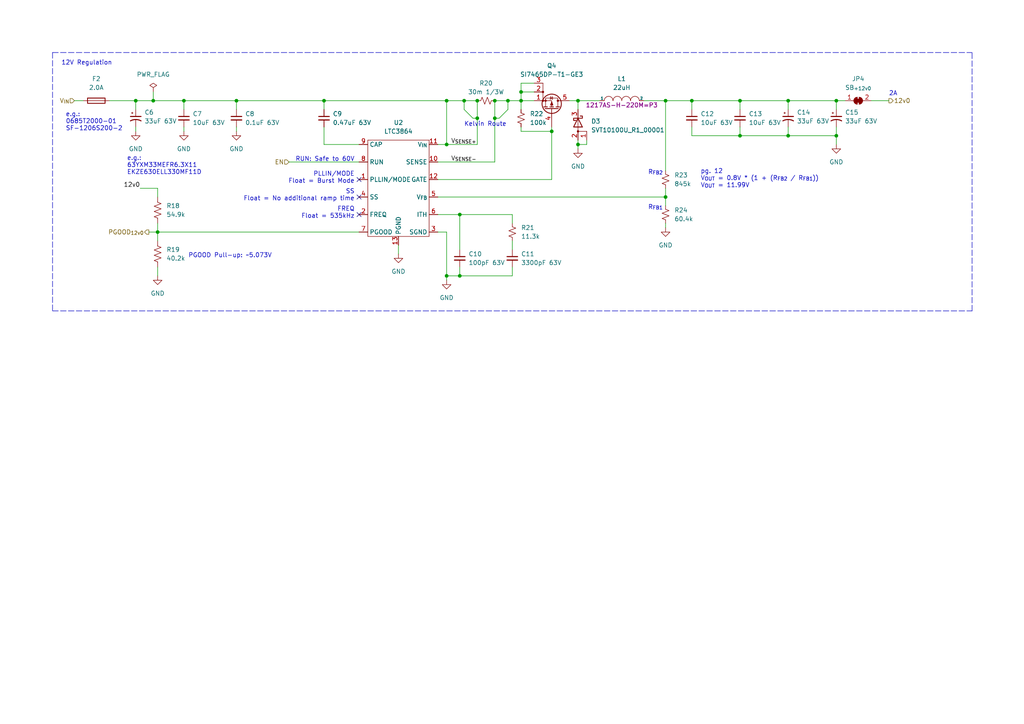
<source format=kicad_sch>
(kicad_sch (version 20211123) (generator eeschema)
  (paper "A4")
  (title_block (title "Bodge Control") (date "2022-12-07") (rev "1.0.0") (company "The A-Team (RC SSL)") (comment 1 "W. Stuckey & R. Osawa"))
  (lib_symbols
    (symbol "AT-Transistors:Q_PMOS_SGD_PowerPAK" (pin_names (offset 0) hide)
      (property "Reference" "Q" (at 5.08 1.27 0))
      (property "Value" "Q_PMOS_SGD_PowerPAK" (at 5.08 -1.27 0))
      (symbol "Q_PMOS_SGD_PowerPAK_0_1"
        (polyline (pts (xy 0.254 0) (xy -2.54 0)))
        (polyline (pts (xy 0.254 0) (xy -2.54 0)))
        (polyline (pts (xy 0.254 1.905) (xy 0.254 -1.905)) (stroke (width 0.254)))
        (polyline (pts (xy 0.762 -1.27) (xy 0.762 -2.286)) (stroke (width 0.254)))
        (polyline (pts (xy 0.762 0.508) (xy 0.762 -0.508)) (stroke (width 0.254)))
        (polyline (pts (xy 0.762 2.286) (xy 0.762 1.27)) (stroke (width 0.254)))
        (polyline (pts (xy 2.54 2.54) (xy 2.54 1.778)))
        (polyline (pts (xy 7.62 -2.54) (xy 5.08 -2.54)) (stroke (width 0.1524)))
        (polyline (pts (xy 2.54 -2.54) (xy 2.54 0) (xy 0.762 0)))
        (polyline (pts (xy 5.08 -2.54) (xy 2.54 -2.54) (xy 3.81 -2.54)) (stroke (width 0.1524)))
        (polyline (pts (xy 0.762 1.778) (xy 3.302 1.778) (xy 3.302 -1.778) (xy 0.762 -1.778)))
        (polyline (pts (xy 2.286 0) (xy 1.27 0.381) (xy 1.27 -0.381) (xy 2.286 0)) (fill (type outline)))
        (polyline (pts (xy 2.794 -0.508) (xy 2.921 -0.381) (xy 3.683 -0.381) (xy 3.81 -0.254)))
        (polyline (pts (xy 3.302 -0.381) (xy 2.921 0.254) (xy 3.683 0.254) (xy 3.302 -0.381)))
        (circle (center 1.651 0) (radius 2.794) (stroke (width 0.254)))
        (circle (center 2.54 -2.54) (radius 0.254) (fill (type outline)))
        (circle (center 2.54 -1.778) (radius 0.254) (fill (type outline)))
        (circle (center 2.54 1.778) (radius 0.254) (fill (type outline)))
        (circle (center 5.08 -2.54) (radius 0.254) (fill (type outline)))
      )
      (symbol "Q_PMOS_SGD_PowerPAK_1_1"
        (pin passive line (at 2.54 -5.08 90) (length 2.54) (name "S") (number "1"))
        (pin passive line (at 5.08 -5.08 90) (length 2.54) (name "S") (number "2"))
        (pin passive line (at 7.62 -5.08 90) (length 2.54) (name "S") (number "3"))
        (pin input line (at -5.08 0 0) (length 5.08) (name "G") (number "4"))
        (pin passive line (at 2.54 5.08 270) (length 2.54) (name "D") (number "5"))
      )
    )
    (symbol "Device:C_Polarized_Small_US" (pin_numbers hide) (pin_names (offset 0.254) hide)
      (property "Reference" "C" (at 0.254 1.778 0))
      (property "Value" "C_Polarized_Small_US" (at 0.254 -2.032 0))
      (symbol "C_Polarized_Small_US_0_1"
        (polyline (pts (xy -1.524 0.508) (xy 1.524 0.508)) (stroke (width 0.3048)))
        (polyline (pts (xy -1.27 1.524) (xy -0.762 1.524)))
        (polyline (pts (xy -1.016 1.27) (xy -1.016 1.778)))
        (arc (start 1.524 -0.762) (mid 0 -0.3734) (end -1.524 -0.762) (stroke (width 0.3048)))
      )
      (symbol "C_Polarized_Small_US_1_1"
        (pin passive line (at 0 2.54 270) (length 2.032) (name "~") (number "1"))
        (pin passive line (at 0 -2.54 90) (length 2.032) (name "~") (number "2"))
      )
    )
    (symbol "Device:C_Small" (pin_numbers hide) (pin_names (offset 0.254) hide)
      (property "Reference" "C" (at 0.254 1.778 0))
      (property "Value" "C_Small" (at 0.254 -2.032 0))
      (symbol "C_Small_0_1"
        (polyline (pts (xy -1.524 -0.508) (xy 1.524 -0.508)) (stroke (width 0.3302)))
        (polyline (pts (xy -1.524 0.508) (xy 1.524 0.508)) (stroke (width 0.3048)))
      )
      (symbol "C_Small_1_1"
        (pin passive line (at 0 2.54 270) (length 2.032) (name "~") (number "1"))
        (pin passive line (at 0 -2.54 90) (length 2.032) (name "~") (number "2"))
      )
    )
    (symbol "Device:D_Schottky_AAK" (pin_names (offset 0) hide)
      (property "Reference" "D" (at 0 2.54 0))
      (property "Value" "D_Schottky_AAK" (at 0 -2.54 0))
      (symbol "D_Schottky_AAK_0_1"
        (polyline (pts (xy 1.27 1.27) (xy 1.27 -1.27) (xy -1.27 0) (xy 1.27 1.27)) (stroke (width 0.254)))
        (polyline (pts (xy 3.81 2.54) (xy 2.54 2.54) (xy 2.54 0) (xy -1.27 0)))
        (polyline (pts (xy -1.905 0.635) (xy -1.905 1.27) (xy -1.27 1.27) (xy -1.27 -1.27) (xy -0.635 -1.27) (xy -0.635 -0.635)) (stroke (width 0.254)))
        (circle (center 2.54 0) (radius 0.254) (fill (type outline)))
      )
      (symbol "D_Schottky_AAK_1_1"
        (pin passive line (at 5.08 2.54 180) (length 2.54) (name "A") (number "1"))
        (pin passive line (at 5.08 0 180) (length 2.54) (name "A") (number "2"))
        (pin passive line (at -3.81 0 0) (length 2.54) (name "K") (number "3"))
      )
    )
    (symbol "Device:Fuse" (pin_numbers hide) (pin_names (offset 0))
      (property "Reference" "F" (at 2.032 0 90))
      (property "Value" "Fuse" (at -1.905 0 90))
      (symbol "Fuse_0_1"
        (rectangle (start -0.762 -2.54) (end 0.762 2.54) (stroke (width 0.254)))
        (polyline (pts (xy 0 2.54) (xy 0 -2.54)))
      )
      (symbol "Fuse_1_1"
        (pin passive line (at 0 3.81 270) (length 1.27) (name "~") (number "1"))
        (pin passive line (at 0 -3.81 90) (length 1.27) (name "~") (number "2"))
      )
    )
    (symbol "Device:R_Small_US" (pin_numbers hide) (pin_names (offset 0.254) hide)
      (property "Reference" "R" (at 0.762 0.508 0))
      (property "Value" "R_Small_US" (at 0.762 -1.016 0))
      (symbol "R_Small_US_1_1"
        (polyline (pts (xy 0 0) (xy 1.016 -0.381) (xy 0 -0.762) (xy -1.016 -1.143) (xy 0 -1.524)))
        (polyline (pts (xy 0 1.524) (xy 1.016 1.143) (xy 0 0.762) (xy -1.016 0.381) (xy 0 0)))
        (pin passive line (at 0 2.54 270) (length 1.016) (name "~") (number "1"))
        (pin passive line (at 0 -2.54 90) (length 1.016) (name "~") (number "2"))
      )
    )
    (symbol "Device:R_US" (pin_numbers hide) (pin_names (offset 0))
      (property "Reference" "R" (at 2.54 0 90))
      (property "Value" "R_US" (at -2.54 0 90))
      (symbol "R_US_0_1"
        (polyline (pts (xy 0 -2.286) (xy 0 -2.54)))
        (polyline (pts (xy 0 2.286) (xy 0 2.54)))
        (polyline (pts (xy 0 -0.762) (xy 1.016 -1.143) (xy 0 -1.524) (xy -1.016 -1.905) (xy 0 -2.286)))
        (polyline (pts (xy 0 0.762) (xy 1.016 0.381) (xy 0 0) (xy -1.016 -0.381) (xy 0 -0.762)))
        (polyline (pts (xy 0 2.286) (xy 1.016 1.905) (xy 0 1.524) (xy -1.016 1.143) (xy 0 0.762)))
      )
      (symbol "R_US_1_1"
        (pin passive line (at 0 3.81 270) (length 1.27) (name "~") (number "1"))
        (pin passive line (at 0 -3.81 90) (length 1.27) (name "~") (number "2"))
      )
    )
    (symbol "Jumper:SolderJumper_2_Bridged" (pin_names (offset 0) hide)
      (property "Reference" "JP" (at 0 2.032 0))
      (property "Value" "SolderJumper_2_Bridged" (at 0 -2.54 0))
      (symbol "SolderJumper_2_Bridged_0_1"
        (rectangle (start -0.508 0.508) (end 0.508 -0.508) (fill (type outline)))
        (arc (start -0.254 1.016) (mid -1.27 0) (end -0.254 -1.016))
        (arc (start -0.254 1.016) (mid -1.27 0) (end -0.254 -1.016) (fill (type outline)))
        (polyline (pts (xy -0.254 1.016) (xy -0.254 -1.016)))
        (polyline (pts (xy 0.254 1.016) (xy 0.254 -1.016)))
        (arc (start 0.254 -1.016) (mid 1.27 0) (end 0.254 1.016))
        (arc (start 0.254 -1.016) (mid 1.27 0) (end 0.254 1.016) (fill (type outline)))
      )
      (symbol "SolderJumper_2_Bridged_1_1"
        (pin passive line (at -3.81 0 0) (length 2.54) (name "A") (number "1"))
        (pin passive line (at 3.81 0 180) (length 2.54) (name "B") (number "2"))
      )
    )
    (symbol "ltc_regulators:LTC3864"
      (property "Reference" "U" (at -6.35 -15.24 0))
      (property "Value" "LTC3864" (at 0 15.24 0))
      (symbol "LTC3864_0_1"
        (rectangle (start -8.89 13.97) (end 8.89 -13.97) (stroke (width 0.1524)))
      )
      (symbol "LTC3864_1_1"
        (pin input line (at -11.43 2.54 0) (length 2.54) (name "PLLIN/MODE") (number "1"))
        (pin input line (at 11.43 7.62 180) (length 2.54) (name "SENSE") (number "10"))
        (pin power_in line (at 11.43 12.7 180) (length 2.54) (name "V_{IN}") (number "11"))
        (pin output line (at 11.43 2.54 180) (length 2.54) (name "GATE") (number "12"))
        (pin power_in line (at 0 -16.51 90) (length 2.54) (name "PGND") (number "13"))
        (pin passive line (at -11.43 -7.62 0) (length 2.54) (name "FREQ") (number "2"))
        (pin power_in line (at 11.43 -12.7 180) (length 2.54) (name "SGND") (number "3"))
        (pin bidirectional line (at -11.43 -2.54 0) (length 2.54) (name "SS") (number "4"))
        (pin input line (at 11.43 -2.54 180) (length 2.54) (name "V_{FB}") (number "5"))
        (pin bidirectional line (at 11.43 -7.62 180) (length 2.54) (name "ITH") (number "6"))
        (pin bidirectional line (at -11.43 -12.7 0) (length 2.54) (name "PGOOD") (number "7"))
        (pin input line (at -11.43 7.62 0) (length 2.54) (name "RUN") (number "8"))
        (pin bidirectional line (at -11.43 12.7 0) (length 2.54) (name "CAP") (number "9"))
      )
    )
    (symbol "power:GND" (power) (pin_names (offset 0))
      (property "Value" "GND" (at 0 -3.81 0))
      (symbol "GND_0_1"
        (polyline (pts (xy 0 0) (xy 0 -1.27) (xy 1.27 -1.27) (xy 0 -2.54) (xy -1.27 -1.27) (xy 0 -1.27)))
      )
      (symbol "GND_1_1"
        (pin power_in line (at 0 0 270) (length 0) hide (name "GND") (number "1"))
      )
    )
    (symbol "power:PWR_FLAG" (power) (pin_numbers hide) (pin_names (offset 0) hide)
      (property "Value" "PWR_FLAG" (at 0 3.81 0))
      (symbol "PWR_FLAG_0_0"
        (pin power_out line (at 0 0 90) (length 0) (name "pwr") (number "1"))
      )
      (symbol "PWR_FLAG_0_1"
        (polyline (pts (xy 0 0) (xy 0 1.27) (xy -1.016 1.905) (xy 0 2.54) (xy 1.016 1.905) (xy 0 1.27)))
      )
    )
    (symbol "pspice:INDUCTOR" (pin_numbers hide) (pin_names (offset 0))
      (property "Reference" "L" (at 0 2.54 0))
      (property "Value" "INDUCTOR" (at 0 -1.27 0))
      (symbol "INDUCTOR_0_1"
        (arc (start -2.54 0) (mid -3.81 1.27) (end -5.08 0))
        (arc (start 0 0) (mid -1.27 1.27) (end -2.54 0))
        (arc (start 2.54 0) (mid 1.27 1.27) (end 0 0))
        (arc (start 5.08 0) (mid 3.81 1.27) (end 2.54 0))
      )
      (symbol "INDUCTOR_1_1"
        (pin input line (at -6.35 0 0) (length 1.27) (name "1") (number "1"))
        (pin input line (at 6.35 0 180) (length 1.27) (name "2") (number "2"))
      )
    )
  )
  (junction (at 242.57 29.21))
  (junction (at 151.13 29.21))
  (junction (at 151.13 26.67))
  (junction (at 214.63 39.37))
  (junction (at 214.63 29.21))
  (junction (at 193.04 29.21))
  (junction (at 167.64 41.91))
  (junction (at 138.43 34.29))
  (junction (at 93.98 29.21))
  (junction (at 129.54 41.91))
  (junction (at 228.6 39.37))
  (junction (at 44.45 29.21))
  (junction (at 39.37 29.21))
  (junction (at 143.51 29.21))
  (junction (at 200.66 29.21))
  (junction (at 133.35 62.23))
  (junction (at 133.35 80.01))
  (junction (at 129.54 80.01))
  (junction (at 68.58 29.21))
  (junction (at 193.04 57.15))
  (junction (at 167.64 29.21))
  (junction (at 160.02 38.1))
  (junction (at 129.54 29.21))
  (junction (at 143.51 34.29))
  (junction (at 138.43 29.21))
  (junction (at 53.34 29.21))
  (junction (at 242.57 39.37))
  (junction (at 45.72 67.31))
  (junction (at 147.32 29.21))
  (junction (at 134.62 29.21))
  (junction (at 228.6 29.21))
  (no_connect (at 104.14 52.07))
  (no_connect (at 104.14 62.23))
  (no_connect (at 104.14 57.15))
  (wire (pts (xy 129.54 80.01) (xy 129.54 81.28)))
  (wire (pts (xy 148.59 77.47) (xy 148.59 80.01)))
  (wire (pts (xy 127 62.23) (xy 133.35 62.23)))
  (wire (pts (xy 127 46.99) (xy 143.51 46.99)))
  (wire (pts (xy 242.57 29.21) (xy 242.57 31.75)))
  (wire (pts (xy 45.72 77.47) (xy 45.72 80.01)))
  (wire (pts (xy 68.58 36.83) (xy 68.58 38.1)))
  (wire (pts (xy 193.04 54.61) (xy 193.04 57.15)))
  (wire (pts (xy 154.94 24.13) (xy 151.13 24.13)))
  (wire (pts (xy 165.1 29.21) (xy 167.64 29.21)))
  (wire (pts (xy 133.35 62.23) (xy 133.35 72.39)))
  (wire (pts (xy 143.51 29.21) (xy 147.32 29.21)))
  (wire (pts (xy 93.98 29.21) (xy 129.54 29.21)))
  (wire (pts (xy 200.66 29.21) (xy 200.66 31.75)))
  (wire (pts (xy 151.13 38.1) (xy 160.02 38.1)))
  (wire (pts (xy 127 52.07) (xy 160.02 52.07)))
  (wire (pts (xy 93.98 41.91) (xy 104.14 41.91)))
  (wire (pts (xy 228.6 39.37) (xy 242.57 39.37)))
  (wire (pts (xy 151.13 29.21) (xy 151.13 31.75)))
  (wire (pts (xy 53.34 29.21) (xy 68.58 29.21)))
  (wire (pts (xy 39.37 36.83) (xy 39.37 38.1)))
  (wire (pts (xy 228.6 29.21) (xy 228.6 31.75)))
  (wire (pts (xy 214.63 29.21) (xy 228.6 29.21)))
  (wire (pts (xy 83.82 46.99) (xy 104.14 46.99)))
  (wire (pts (xy 252.73 29.21) (xy 257.81 29.21)))
  (wire (pts (xy 68.58 29.21) (xy 93.98 29.21)))
  (wire (pts (xy 193.04 64.77) (xy 193.04 66.04)))
  (wire (pts (xy 200.66 29.21) (xy 214.63 29.21)))
  (wire (pts (xy 228.6 29.21) (xy 242.57 29.21)))
  (wire (pts (xy 39.37 29.21) (xy 44.45 29.21)))
  (wire (pts (xy 214.63 29.21) (xy 214.63 31.75)))
  (wire (pts (xy 133.35 62.23) (xy 148.59 62.23)))
  (wire (pts (xy 115.57 71.12) (xy 115.57 73.66)))
  (wire (pts (xy 143.51 29.21) (xy 143.51 34.29)))
  (wire (pts (xy 129.54 29.21) (xy 129.54 41.91)))
  (wire (pts (xy 127 41.91) (xy 129.54 41.91)))
  (wire (pts (xy 129.54 67.31) (xy 129.54 80.01)))
  (wire (pts (xy 147.32 31.75) (xy 147.32 29.21)))
  (wire (pts (xy 129.54 41.91) (xy 138.43 41.91)))
  (wire (pts (xy 144.78 34.29) (xy 143.51 34.29)))
  (wire (pts (xy 167.64 41.91) (xy 167.64 43.18)))
  (wire (pts (xy 151.13 36.83) (xy 151.13 38.1)))
  (wire (pts (xy 31.75 29.21) (xy 39.37 29.21)))
  (wire (pts (xy 53.34 29.21) (xy 53.34 31.75)))
  (wire (pts (xy 137.16 34.29) (xy 138.43 34.29)))
  (wire (pts (xy 193.04 29.21) (xy 200.66 29.21)))
  (wire (pts (xy 53.34 36.83) (xy 53.34 38.1)))
  (wire (pts (xy 45.72 67.31) (xy 104.14 67.31)))
  (wire (pts (xy 242.57 39.37) (xy 242.57 41.91)))
  (wire (pts (xy 242.57 29.21) (xy 245.11 29.21)))
  (wire (pts (xy 167.64 40.64) (xy 167.64 41.91)))
  (wire (pts (xy 133.35 77.47) (xy 133.35 80.01)))
  (wire (pts (xy 39.37 29.21) (xy 39.37 31.75)))
  (wire (pts (xy 45.72 64.77) (xy 45.72 67.31)))
  (wire (pts (xy 148.59 69.85) (xy 148.59 72.39)))
  (wire (pts (xy 160.02 38.1) (xy 160.02 36.83)))
  (wire (pts (xy 127 67.31) (xy 129.54 67.31)))
  (wire (pts (xy 45.72 67.31) (xy 43.18 67.31)))
  (wire (pts (xy 93.98 29.21) (xy 93.98 31.75)))
  (wire (pts (xy 129.54 80.01) (xy 133.35 80.01)))
  (wire (pts (xy 170.18 40.64) (xy 170.18 41.91)))
  (wire (pts (xy 44.45 29.21) (xy 53.34 29.21)))
  (wire (pts (xy 147.32 29.21) (xy 151.13 29.21)))
  (wire (pts (xy 93.98 36.83) (xy 93.98 41.91)))
  (wire (pts (xy 133.35 80.01) (xy 148.59 80.01)))
  (wire (pts (xy 45.72 67.31) (xy 45.72 69.85)))
  (wire (pts (xy 134.62 29.21) (xy 134.62 31.75)))
  (wire (pts (xy 242.57 36.83) (xy 242.57 39.37)))
  (wire (pts (xy 214.63 39.37) (xy 228.6 39.37)))
  (wire (pts (xy 68.58 29.21) (xy 68.58 31.75)))
  (wire (pts (xy 143.51 34.29) (xy 143.51 46.99)))
  (wire (pts (xy 134.62 31.75) (xy 137.16 34.29)))
  (wire (pts (xy 151.13 29.21) (xy 154.94 29.21)))
  (wire (pts (xy 200.66 39.37) (xy 214.63 39.37)))
  (wire (pts (xy 144.78 34.29) (xy 147.32 31.75)))
  (wire (pts (xy 167.64 29.21) (xy 167.64 31.75)))
  (wire (pts (xy 200.66 36.83) (xy 200.66 39.37)))
  (wire (pts (xy 193.04 57.15) (xy 193.04 59.69)))
  (wire (pts (xy 214.63 36.83) (xy 214.63 39.37)))
  (wire (pts (xy 138.43 29.21) (xy 138.43 34.29)))
  (wire (pts (xy 167.64 29.21) (xy 173.99 29.21)))
  (wire (pts (xy 151.13 26.67) (xy 151.13 29.21)))
  (wire (pts (xy 167.64 41.91) (xy 170.18 41.91)))
  (wire (pts (xy 21.59 29.21) (xy 24.13 29.21)))
  (wire (pts (xy 134.62 29.21) (xy 138.43 29.21)))
  (wire (pts (xy 45.72 54.61) (xy 45.72 57.15)))
  (wire (pts (xy 40.64 54.61) (xy 45.72 54.61)))
  (wire (pts (xy 138.43 41.91) (xy 138.43 34.29)))
  (wire (pts (xy 186.69 29.21) (xy 193.04 29.21)))
  (wire (pts (xy 160.02 38.1) (xy 160.02 52.07)))
  (wire (pts (xy 148.59 62.23) (xy 148.59 64.77)))
  (wire (pts (xy 151.13 24.13) (xy 151.13 26.67)))
  (wire (pts (xy 193.04 29.21) (xy 193.04 49.53)))
  (wire (pts (xy 151.13 26.67) (xy 154.94 26.67)))
  (polyline (pts (xy 15.24 15.24) (xy 15.24 90.17)) (stroke (width 0) (type dash)))
  (polyline (pts (xy 15.24 15.24) (xy 281.94 15.24)) (stroke (width 0) (type dash)))
  (polyline (pts (xy 15.24 90.17) (xy 281.94 90.17)) (stroke (width 0) (type dash)))
  (polyline (pts (xy 281.94 90.17) (xy 281.94 15.24)) (stroke (width 0) (type dash)))
  (wire (pts (xy 127 57.15) (xy 193.04 57.15)))
  (wire (pts (xy 228.6 36.83) (xy 228.6 39.37)))
  (wire (pts (xy 129.54 29.21) (xy 134.62 29.21)))
  (wire (pts (xy 44.45 26.67) (xy 44.45 29.21)))
  (text "SS\nFloat = No additional ramp time" (at 102.87 58.42 180) (effects (font (size 1.27 1.27)) (justify right bottom)))
  (text "R_{FB1}\n" (at 187.96 60.96 0) (effects (font (size 1.27 1.27)) (justify left bottom)))
  (text "FREQ\nFloat = 535kHz" (at 102.87 63.5 180) (effects (font (size 1.27 1.27)) (justify right bottom)))
  (text "e.g.:\n63YXM33MEFR6.3X11\nEKZE630ELL330MF11D" (at 36.83 50.8 0) (effects (font (size 1.27 1.27)) (justify left bottom)))
  (text "Kelvin Route" (at 134.62 36.83 0) (effects (font (size 1.27 1.27)) (justify left bottom)))
  (text "PGOOD Pull-up: ~5.073V" (at 54.61 74.93 0) (effects (font (size 1.27 1.27)) (justify left bottom)))
  (text "RUN: Safe to 60V" (at 102.87 46.99 180) (effects (font (size 1.27 1.27)) (justify right bottom)))
  (text "2A" (at 257.81 27.94 0) (effects (font (size 1.27 1.27)) (justify left bottom)))
  (text "12V Regulation" (at 17.78 19.05 0) (effects (font (size 1.27 1.27)) (justify left bottom)))
  (text "e.g.:\n0685T2000-01\nSF-1206S200-2" (at 19.05 38.1 0) (effects (font (size 1.27 1.27)) (justify left bottom)))
  (text "pg. 12\nV_{OUT} = 0.8V * (1 + (R_{FB2} / R_{FB1}))\nV_{OUT} = 11.99V" (at 203.2 54.61 0) (effects (font (size 1.27 1.27)) (justify left bottom)))
  (text "PLLIN/MODE\nFloat = Burst Mode" (at 102.87 53.34 180) (effects (font (size 1.27 1.27)) (justify right bottom)))
  (text "R_{FB2}" (at 187.96 50.8 0) (effects (font (size 1.27 1.27)) (justify left bottom)))
  (label "12v0" (at 40.64 54.61 180))
  (label "V_{SENSE-}" (at 130.81 46.99 0))
  (label "V_{SENSE+}" (at 130.81 41.91 0))
  (hierarchical_label "EN" (shape input) (at 83.82 46.99 180))
  (hierarchical_label "V_{IN}" (shape input) (at 21.59 29.21 180))
  (hierarchical_label "PGOOD_{12v0}" (shape output) (at 43.18 67.31 180))
  (hierarchical_label "12v0" (shape output) (at 257.81 29.21 0))
  (symbol (lib_id "Device:R_Small_US") (at 193.04 52.07 0) (unit 1)
    (property "Reference" "R23" (at 195.58 50.7999 0) (effects (justify left)))
    (property "Value" "845k" (at 195.58 53.3399 0) (effects (justify left)))
    (property "Footprint" "Resistor_SMD:R_0402_1005Metric_Pad0.72x0.64mm_HandSolder" (effects hide))
  )
  (symbol (lib_id "power:GND") (at 68.58 38.1 0) (unit 1)
    (property "Reference" "#PWR030" (effects hide))
    (property "Value" "GND" (at 68.58 43.18 0))
  )
  (symbol (lib_id "Device:Fuse") (at 27.94 29.21 90) (unit 1)
    (property "Reference" "F2" (at 27.94 22.86 90))
    (property "Value" "2.0A" (at 27.94 25.4 90))
    (property "Footprint" "Fuse:Fuse_1206_3216Metric" (effects hide))
  )
  (symbol (lib_id "Device:R_US") (at 45.72 60.96 180) (unit 1)
    (property "Reference" "R18" (at 48.26 59.6899 0) (effects (justify right)))
    (property "Value" "54.9k" (at 48.26 62.2299 0) (effects (justify right)))
    (property "Footprint" "Resistor_SMD:R_0402_1005Metric_Pad0.72x0.64mm_HandSolder" (effects hide))
  )
  (symbol (lib_id "pspice:INDUCTOR") (at 180.34 29.21 0) (unit 1)
    (property "Reference" "L1" (at 180.34 22.86 0))
    (property "Value" "22uH" (at 180.34 25.4 0))
    (property "Footprint" "AT-Inductors:DEM8045C" (effects hide))
    (property "Value2" "1217AS-H-220M=P3" (at 180.34 30.48 0))
  )
  (symbol (lib_id "Device:C_Small") (at 133.35 74.93 0) (unit 1)
    (property "Reference" "C10" (at 135.89 73.6662 0) (effects (justify left)))
    (property "Value" "100pF 63V" (at 135.89 76.2062 0) (effects (justify left)))
    (property "Footprint" "Capacitor_SMD:C_0402_1005Metric_Pad0.74x0.62mm_HandSolder" (effects hide))
  )
  (symbol (lib_id "ltc_regulators:LTC3864") (at 115.57 54.61 0) (unit 1)
    (property "Reference" "U2" (at 115.57 35.56 0))
    (property "Value" "LTC3864" (at 115.57 38.1 0))
    (property "Footprint" "AT-IC:MSE" (effects hide))
  )
  (symbol (lib_id "power:GND") (at 129.54 81.28 0) (unit 1)
    (property "Reference" "#PWR032" (effects hide))
    (property "Value" "GND" (at 129.54 86.36 0))
  )
  (symbol (lib_id "power:GND") (at 53.34 38.1 0) (unit 1)
    (property "Reference" "#PWR029" (effects hide))
    (property "Value" "GND" (at 53.34 43.18 0))
  )
  (symbol (lib_id "Device:R_US") (at 45.72 73.66 180) (unit 1)
    (property "Reference" "R19" (at 48.26 72.3899 0) (effects (justify right)))
    (property "Value" "40.2k" (at 48.26 74.9299 0) (effects (justify right)))
    (property "Footprint" "Resistor_SMD:R_0402_1005Metric_Pad0.72x0.64mm_HandSolder" (effects hide))
  )
  (symbol (lib_id "Device:R_Small_US") (at 151.13 34.29 0) (unit 1)
    (property "Reference" "R22" (at 153.67 33.0199 0) (effects (justify left)))
    (property "Value" "100k" (at 153.67 35.5599 0) (effects (justify left)))
    (property "Footprint" "Resistor_SMD:R_0402_1005Metric_Pad0.72x0.64mm_HandSolder" (effects hide))
  )
  (symbol (lib_id "power:GND") (at 45.72 80.01 0) (unit 1)
    (property "Reference" "#PWR028" (effects hide))
    (property "Value" "GND" (at 45.72 85.09 0))
  )
  (symbol (lib_id "Device:C_Small") (at 53.34 34.29 0) (unit 1)
    (property "Reference" "C7" (at 55.88 33.0262 0) (effects (justify left)))
    (property "Value" "10uF 63V" (at 55.88 35.5662 0) (effects (justify left)))
    (property "Footprint" "Capacitor_SMD:C_1210_3225Metric" (effects hide))
  )
  (symbol (lib_id "Jumper:SolderJumper_2_Bridged") (at 248.92 29.21 0) (unit 1)
    (property "Reference" "JP4" (at 248.92 22.86 0))
    (property "Value" "SB_{+12v0}" (at 248.92 25.4 0))
    (property "Footprint" "AT-BoardFeatures:SolderJumper-2_2.0x1.2mm_Closed" (effects hide))
  )
  (symbol (lib_id "Device:C_Polarized_Small_US") (at 39.37 34.29 0) (unit 1)
    (property "Reference" "C6" (at 41.91 32.5881 0) (effects (justify left)))
    (property "Value" "33uF 63V" (at 41.91 35.1281 0) (effects (justify left)))
    (property "Footprint" "Capacitor_THT:C_Radial_D6.3mm_H11.0mm_P2.50mm" (effects hide))
  )
  (symbol (lib_id "Device:C_Small") (at 148.59 74.93 0) (unit 1)
    (property "Reference" "C11" (at 151.13 73.6662 0) (effects (justify left)))
    (property "Value" "3300pF 63V" (at 151.13 76.2062 0) (effects (justify left)))
    (property "Footprint" "Capacitor_SMD:C_0402_1005Metric_Pad0.74x0.62mm_HandSolder" (effects hide))
  )
  (symbol (lib_id "power:GND") (at 39.37 38.1 0) (unit 1)
    (property "Reference" "#PWR027" (effects hide))
    (property "Value" "GND" (at 39.37 43.18 0))
  )
  (symbol (lib_id "power:GND") (at 242.57 41.91 0) (unit 1)
    (property "Reference" "#PWR035" (effects hide))
    (property "Value" "GND" (at 242.57 46.99 0))
  )
  (symbol (lib_id "Device:C_Small") (at 214.63 34.29 0) (unit 1)
    (property "Reference" "C13" (at 217.17 33.0262 0) (effects (justify left)))
    (property "Value" "10uF 63V" (at 217.17 35.5662 0) (effects (justify left)))
    (property "Footprint" "Capacitor_SMD:C_1210_3225Metric" (effects hide))
  )
  (symbol (lib_id "Device:R_Small_US") (at 148.59 67.31 180) (unit 1)
    (property "Reference" "R21" (at 151.13 66.0399 0) (effects (justify right)))
    (property "Value" "11.3k" (at 151.13 68.5799 0) (effects (justify right)))
    (property "Footprint" "Resistor_SMD:R_0402_1005Metric_Pad0.72x0.64mm_HandSolder" (effects hide))
  )
  (symbol (lib_id "Device:C_Small") (at 200.66 34.29 0) (unit 1)
    (property "Reference" "C12" (at 203.2 33.0262 0) (effects (justify left)))
    (property "Value" "10uF 63V" (at 203.2 35.5662 0) (effects (justify left)))
    (property "Footprint" "Capacitor_SMD:C_1210_3225Metric" (effects hide))
  )
  (symbol (lib_id "Device:C_Polarized_Small_US") (at 228.6 34.29 0) (unit 1)
    (property "Reference" "C14" (at 231.14 32.5881 0) (effects (justify left)))
    (property "Value" "33uF 63V" (at 231.14 35.1281 0) (effects (justify left)))
    (property "Footprint" "Capacitor_THT:C_Radial_D6.3mm_H11.0mm_P2.50mm" (effects hide))
  )
  (symbol (lib_id "Device:C_Small") (at 93.98 34.29 0) (unit 1)
    (property "Reference" "C9" (at 96.52 33.0262 0) (effects (justify left)))
    (property "Value" "0.47uF 63V" (at 96.52 35.5662 0) (effects (justify left)))
    (property "Footprint" "Capacitor_SMD:C_0805_2012Metric" (effects hide))
  )
  (symbol (lib_id "Device:C_Small") (at 68.58 34.29 0) (unit 1)
    (property "Reference" "C8" (at 71.12 33.0262 0) (effects (justify left)))
    (property "Value" "0.1uF 63V" (at 71.12 35.5662 0) (effects (justify left)))
    (property "Footprint" "Capacitor_SMD:C_0402_1005Metric" (effects hide))
  )
  (symbol (lib_id "Device:R_Small_US") (at 193.04 62.23 0) (unit 1)
    (property "Reference" "R24" (at 195.58 60.9599 0) (effects (justify left)))
    (property "Value" "60.4k" (at 195.58 63.4999 0) (effects (justify left)))
    (property "Footprint" "Resistor_SMD:R_0402_1005Metric_Pad0.72x0.64mm_HandSolder" (effects hide))
  )
  (symbol (lib_id "power:PWR_FLAG") (at 44.45 26.67 0) (unit 1)
    (property "Reference" "#FLG05" (effects hide))
    (property "Value" "PWR_FLAG" (at 44.45 21.59 0))
  )
  (symbol (lib_id "AT-Transistors:Q_PMOS_SGD_PowerPAK") (at 160.02 31.75 270) (mirror x) (unit 1)
    (property "Reference" "Q4" (at 160.02 19.05 90))
    (property "Value" "SI7465DP-T1-GE3" (at 160.02 21.59 90))
    (property "Footprint" "AT-Discrete:PowerPAK_SO-8L_Single" (effects hide))
  )
  (symbol (lib_id "power:GND") (at 193.04 66.04 0) (unit 1)
    (property "Reference" "#PWR034" (effects hide))
    (property "Value" "GND" (at 193.04 71.12 0))
  )
  (symbol (lib_id "Device:C_Polarized_Small_US") (at 242.57 34.29 0) (unit 1)
    (property "Reference" "C15" (at 245.11 32.5881 0) (effects (justify left)))
    (property "Value" "33uF 63V" (at 245.11 35.1281 0) (effects (justify left)))
    (property "Footprint" "Capacitor_THT:C_Radial_D6.3mm_H11.0mm_P2.50mm" (effects hide))
  )
  (symbol (lib_id "Device:D_Schottky_AAK") (at 167.64 35.56 270) (unit 1)
    (property "Reference" "D3" (at 171.45 35.1789 90) (effects (justify left)))
    (property "Value" "SVT10100U_R1_00001" (at 171.45 37.7189 90) (effects (justify left)))
    (property "Footprint" "AT-Discrete:TO-277" (effects hide))
  )
  (symbol (lib_id "power:GND") (at 167.64 43.18 0) (unit 1)
    (property "Reference" "#PWR033" (effects hide))
    (property "Value" "GND" (at 167.64 48.26 0))
  )
  (symbol (lib_id "power:GND") (at 115.57 73.66 0) (unit 1)
    (property "Reference" "#PWR031" (effects hide))
    (property "Value" "GND" (at 115.57 78.74 0))
  )
  (symbol (lib_id "Device:R_Small_US") (at 140.97 29.21 90) (unit 1)
    (property "Reference" "R20" (at 140.97 24.13 90))
    (property "Value" "30m 1/3W" (at 140.97 26.67 90))
    (property "Footprint" "Resistor_SMD:R_0603_1608Metric" (effects hide))
  )
)
</source>
